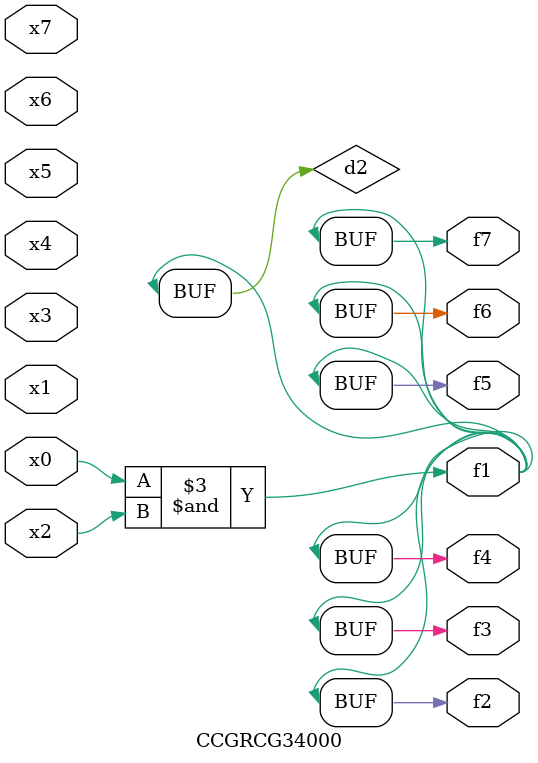
<source format=v>
module CCGRCG34000(
	input x0, x1, x2, x3, x4, x5, x6, x7,
	output f1, f2, f3, f4, f5, f6, f7
);

	wire d1, d2;

	nor (d1, x3, x6);
	and (d2, x0, x2);
	assign f1 = d2;
	assign f2 = d2;
	assign f3 = d2;
	assign f4 = d2;
	assign f5 = d2;
	assign f6 = d2;
	assign f7 = d2;
endmodule

</source>
